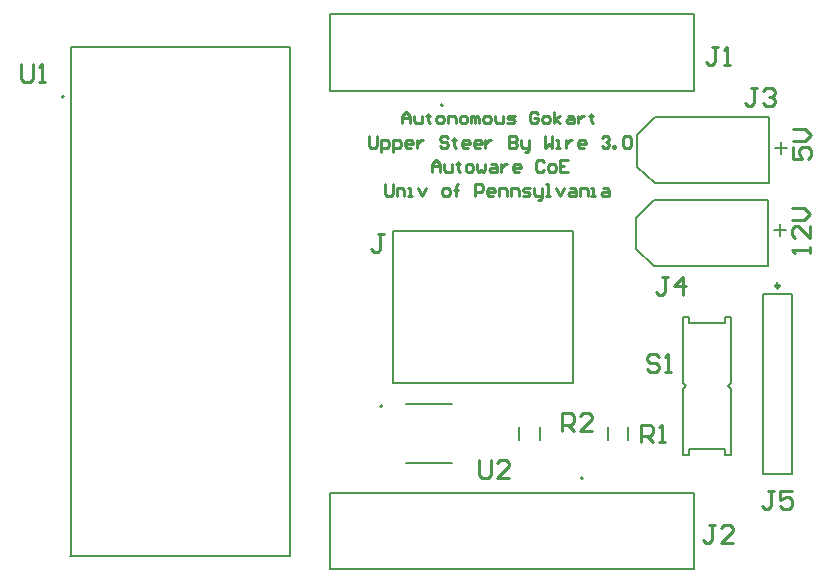
<source format=gto>
G04*
G04 #@! TF.GenerationSoftware,Altium Limited,Altium Designer,22.8.2 (66)*
G04*
G04 Layer_Color=65535*
%FSLAX42Y42*%
%MOMM*%
G71*
G04*
G04 #@! TF.SameCoordinates,4D0E1578-71B7-4E3A-80EC-8B728BAD2CF4*
G04*
G04*
G04 #@! TF.FilePolarity,Positive*
G04*
G01*
G75*
%ADD10C,0.20*%
%ADD11C,0.30*%
%ADD12C,0.13*%
%ADD13C,0.25*%
D10*
X5002Y920D02*
G03*
X5002Y920I-10J0D01*
G01*
X3306Y1531D02*
G03*
X3306Y1531I-10J0D01*
G01*
X610Y4150D02*
G03*
X610Y4150I-10J0D01*
G01*
X3818Y4080D02*
G03*
X3818Y4080I-10J0D01*
G01*
D11*
X6665Y2550D02*
G03*
X6665Y2550I-15J0D01*
G01*
D12*
X2859Y800D02*
X5940D01*
Y150D02*
Y800D01*
X2859Y150D02*
Y800D01*
Y150D02*
X5940D01*
X3505Y1552D02*
X3895D01*
X3505Y1048D02*
X3895D01*
X673Y4570D02*
X2527D01*
X673Y265D02*
X673Y4570D01*
X2527Y265D02*
X2527Y4570D01*
X660Y265D02*
X2514D01*
X3398Y1730D02*
Y3011D01*
Y1730D02*
X4922D01*
Y3011D01*
Y1730D02*
Y2541D01*
X3398Y3011D02*
X4922D01*
X2859Y4850D02*
X5940D01*
Y4200D02*
Y4850D01*
X2859Y4200D02*
Y4850D01*
Y4200D02*
X5940D01*
X5460Y3558D02*
Y3820D01*
Y3558D02*
X5617Y3420D01*
X6580D02*
Y3980D01*
X6630Y3720D02*
X6730D01*
X6680Y3670D02*
Y3770D01*
X5617Y3420D02*
X6580D01*
X5617Y3980D02*
X6580D01*
X5460Y3820D02*
Y3823D01*
X5617Y3980D01*
X5450Y2858D02*
Y3120D01*
Y2858D02*
X5607Y2720D01*
X6570D02*
Y3280D01*
X6620Y3020D02*
X6720D01*
X6670Y2970D02*
Y3070D01*
X5607Y2720D02*
X6570D01*
X5607Y3280D02*
X6570D01*
X5450Y3120D02*
Y3123D01*
X5607Y3280D01*
X4638Y1242D02*
Y1358D01*
X4462Y1242D02*
Y1358D01*
X6775Y953D02*
Y2477D01*
X6525Y953D02*
X6775D01*
X6525D02*
Y2477D01*
X6775D01*
X5388Y1242D02*
Y1358D01*
X5212Y1242D02*
Y1358D01*
X5847Y1116D02*
X5898D01*
Y1167D01*
X6202D01*
Y1116D02*
Y1167D01*
Y1116D02*
X6253D01*
Y1675D01*
X6228Y1700D02*
X6253Y1675D01*
X6228Y1700D02*
X6253Y1725D01*
Y2284D01*
X6202D02*
X6253D01*
X6202Y2233D02*
Y2284D01*
X5898Y2233D02*
X6202D01*
X5898D02*
Y2284D01*
X5847D02*
X5898D01*
X5847Y1725D02*
Y2284D01*
Y1725D02*
X5872Y1700D01*
X5847Y1675D02*
X5872Y1700D01*
X5847Y1116D02*
Y1675D01*
D13*
X3725Y3515D02*
Y3582D01*
X3759Y3615D01*
X3792Y3582D01*
Y3515D01*
Y3565D01*
X3725D01*
X3825Y3582D02*
Y3532D01*
X3842Y3515D01*
X3892D01*
Y3582D01*
X3942Y3599D02*
Y3582D01*
X3925D01*
X3959D01*
X3942D01*
Y3532D01*
X3959Y3515D01*
X4025D02*
X4059D01*
X4075Y3532D01*
Y3565D01*
X4059Y3582D01*
X4025D01*
X4009Y3565D01*
Y3532D01*
X4025Y3515D01*
X4109Y3582D02*
Y3532D01*
X4125Y3515D01*
X4142Y3532D01*
X4159Y3515D01*
X4175Y3532D01*
Y3582D01*
X4225D02*
X4259D01*
X4275Y3565D01*
Y3515D01*
X4225D01*
X4209Y3532D01*
X4225Y3549D01*
X4275D01*
X4309Y3582D02*
Y3515D01*
Y3549D01*
X4325Y3565D01*
X4342Y3582D01*
X4359D01*
X4458Y3515D02*
X4425D01*
X4409Y3532D01*
Y3565D01*
X4425Y3582D01*
X4458D01*
X4475Y3565D01*
Y3549D01*
X4409D01*
X4675Y3599D02*
X4658Y3615D01*
X4625D01*
X4608Y3599D01*
Y3532D01*
X4625Y3515D01*
X4658D01*
X4675Y3532D01*
X4725Y3515D02*
X4758D01*
X4775Y3532D01*
Y3565D01*
X4758Y3582D01*
X4725D01*
X4708Y3565D01*
Y3532D01*
X4725Y3515D01*
X4875Y3615D02*
X4808D01*
Y3515D01*
X4875D01*
X4808Y3565D02*
X4842D01*
X3195Y3819D02*
Y3735D01*
X3212Y3719D01*
X3245D01*
X3262Y3735D01*
Y3819D01*
X3295Y3685D02*
Y3785D01*
X3345D01*
X3362Y3769D01*
Y3735D01*
X3345Y3719D01*
X3295D01*
X3395Y3685D02*
Y3785D01*
X3445D01*
X3462Y3769D01*
Y3735D01*
X3445Y3719D01*
X3395D01*
X3545D02*
X3512D01*
X3495Y3735D01*
Y3769D01*
X3512Y3785D01*
X3545D01*
X3562Y3769D01*
Y3752D01*
X3495D01*
X3595Y3785D02*
Y3719D01*
Y3752D01*
X3612Y3769D01*
X3629Y3785D01*
X3645D01*
X3862Y3802D02*
X3845Y3819D01*
X3812D01*
X3795Y3802D01*
Y3785D01*
X3812Y3769D01*
X3845D01*
X3862Y3752D01*
Y3735D01*
X3845Y3719D01*
X3812D01*
X3795Y3735D01*
X3912Y3802D02*
Y3785D01*
X3895D01*
X3928D01*
X3912D01*
Y3735D01*
X3928Y3719D01*
X4028D02*
X3995D01*
X3978Y3735D01*
Y3769D01*
X3995Y3785D01*
X4028D01*
X4045Y3769D01*
Y3752D01*
X3978D01*
X4128Y3719D02*
X4095D01*
X4078Y3735D01*
Y3769D01*
X4095Y3785D01*
X4128D01*
X4145Y3769D01*
Y3752D01*
X4078D01*
X4178Y3785D02*
Y3719D01*
Y3752D01*
X4195Y3769D01*
X4212Y3785D01*
X4228D01*
X4378Y3819D02*
Y3719D01*
X4428D01*
X4445Y3735D01*
Y3752D01*
X4428Y3769D01*
X4378D01*
X4428D01*
X4445Y3785D01*
Y3802D01*
X4428Y3819D01*
X4378D01*
X4478Y3785D02*
Y3735D01*
X4495Y3719D01*
X4545D01*
Y3702D01*
X4528Y3685D01*
X4512D01*
X4545Y3719D02*
Y3785D01*
X4678Y3819D02*
Y3719D01*
X4712Y3752D01*
X4745Y3719D01*
Y3819D01*
X4778Y3719D02*
X4812D01*
X4795D01*
Y3785D01*
X4778D01*
X4862D02*
Y3719D01*
Y3752D01*
X4878Y3769D01*
X4895Y3785D01*
X4912D01*
X5011Y3719D02*
X4978D01*
X4961Y3735D01*
Y3769D01*
X4978Y3785D01*
X5011D01*
X5028Y3769D01*
Y3752D01*
X4961D01*
X5161Y3802D02*
X5178Y3819D01*
X5211D01*
X5228Y3802D01*
Y3785D01*
X5211Y3769D01*
X5195D01*
X5211D01*
X5228Y3752D01*
Y3735D01*
X5211Y3719D01*
X5178D01*
X5161Y3735D01*
X5261Y3719D02*
Y3735D01*
X5278D01*
Y3719D01*
X5261D01*
X5345Y3802D02*
X5361Y3819D01*
X5395D01*
X5411Y3802D01*
Y3735D01*
X5395Y3719D01*
X5361D01*
X5345Y3735D01*
Y3802D01*
X3475Y3925D02*
Y3992D01*
X3509Y4025D01*
X3542Y3992D01*
Y3925D01*
Y3975D01*
X3475D01*
X3575Y3992D02*
Y3942D01*
X3592Y3925D01*
X3642D01*
Y3992D01*
X3692Y4009D02*
Y3992D01*
X3675D01*
X3709D01*
X3692D01*
Y3942D01*
X3709Y3925D01*
X3775D02*
X3809D01*
X3825Y3942D01*
Y3975D01*
X3809Y3992D01*
X3775D01*
X3759Y3975D01*
Y3942D01*
X3775Y3925D01*
X3859D02*
Y3992D01*
X3909D01*
X3925Y3975D01*
Y3925D01*
X3975D02*
X4009D01*
X4025Y3942D01*
Y3975D01*
X4009Y3992D01*
X3975D01*
X3959Y3975D01*
Y3942D01*
X3975Y3925D01*
X4059D02*
Y3992D01*
X4075D01*
X4092Y3975D01*
Y3925D01*
Y3975D01*
X4109Y3992D01*
X4125Y3975D01*
Y3925D01*
X4175D02*
X4208D01*
X4225Y3942D01*
Y3975D01*
X4208Y3992D01*
X4175D01*
X4159Y3975D01*
Y3942D01*
X4175Y3925D01*
X4258Y3992D02*
Y3942D01*
X4275Y3925D01*
X4325D01*
Y3992D01*
X4358Y3925D02*
X4408D01*
X4425Y3942D01*
X4408Y3959D01*
X4375D01*
X4358Y3975D01*
X4375Y3992D01*
X4425D01*
X4625Y4009D02*
X4608Y4025D01*
X4575D01*
X4558Y4009D01*
Y3942D01*
X4575Y3925D01*
X4608D01*
X4625Y3942D01*
Y3975D01*
X4592D01*
X4675Y3925D02*
X4708D01*
X4725Y3942D01*
Y3975D01*
X4708Y3992D01*
X4675D01*
X4658Y3975D01*
Y3942D01*
X4675Y3925D01*
X4758D02*
Y4025D01*
Y3959D02*
X4808Y3992D01*
X4758Y3959D02*
X4808Y3925D01*
X4875Y3992D02*
X4908D01*
X4925Y3975D01*
Y3925D01*
X4875D01*
X4858Y3942D01*
X4875Y3959D01*
X4925D01*
X4958Y3992D02*
Y3925D01*
Y3959D01*
X4975Y3975D01*
X4992Y3992D01*
X5008D01*
X5075Y4009D02*
Y3992D01*
X5058D01*
X5092D01*
X5075D01*
Y3942D01*
X5092Y3925D01*
X3325Y3409D02*
Y3325D01*
X3342Y3309D01*
X3375D01*
X3392Y3325D01*
Y3409D01*
X3425Y3309D02*
Y3375D01*
X3475D01*
X3492Y3359D01*
Y3309D01*
X3525D02*
X3559D01*
X3542D01*
Y3375D01*
X3525D01*
X3609D02*
X3642Y3309D01*
X3675Y3375D01*
X3825Y3309D02*
X3859D01*
X3875Y3325D01*
Y3359D01*
X3859Y3375D01*
X3825D01*
X3809Y3359D01*
Y3325D01*
X3825Y3309D01*
X3925D02*
Y3392D01*
Y3359D01*
X3909D01*
X3942D01*
X3925D01*
Y3392D01*
X3942Y3409D01*
X4092Y3309D02*
Y3409D01*
X4142D01*
X4158Y3392D01*
Y3359D01*
X4142Y3342D01*
X4092D01*
X4242Y3309D02*
X4208D01*
X4192Y3325D01*
Y3359D01*
X4208Y3375D01*
X4242D01*
X4258Y3359D01*
Y3342D01*
X4192D01*
X4292Y3309D02*
Y3375D01*
X4342D01*
X4358Y3359D01*
Y3309D01*
X4392D02*
Y3375D01*
X4442D01*
X4458Y3359D01*
Y3309D01*
X4492D02*
X4542D01*
X4558Y3325D01*
X4542Y3342D01*
X4508D01*
X4492Y3359D01*
X4508Y3375D01*
X4558D01*
X4592D02*
Y3325D01*
X4608Y3309D01*
X4658D01*
Y3292D01*
X4642Y3275D01*
X4625D01*
X4658Y3309D02*
Y3375D01*
X4692Y3309D02*
X4725D01*
X4708D01*
Y3409D01*
X4692D01*
X4775Y3375D02*
X4808Y3309D01*
X4842Y3375D01*
X4892D02*
X4925D01*
X4942Y3359D01*
Y3309D01*
X4892D01*
X4875Y3325D01*
X4892Y3342D01*
X4942D01*
X4975Y3309D02*
Y3375D01*
X5025D01*
X5042Y3359D01*
Y3309D01*
X5075D02*
X5108D01*
X5091D01*
Y3375D01*
X5075D01*
X5175D02*
X5208D01*
X5225Y3359D01*
Y3309D01*
X5175D01*
X5158Y3325D01*
X5175Y3342D01*
X5225D01*
X6782Y3727D02*
Y3625D01*
X6858D01*
X6833Y3676D01*
Y3702D01*
X6858Y3727D01*
X6909D01*
X6935Y3702D01*
Y3651D01*
X6909Y3625D01*
X6782Y3778D02*
X6884D01*
X6935Y3829D01*
X6884Y3879D01*
X6782D01*
X6925Y2825D02*
Y2876D01*
Y2851D01*
X6772D01*
X6798Y2825D01*
X6925Y3054D02*
Y2952D01*
X6823Y3054D01*
X6798D01*
X6772Y3029D01*
Y2978D01*
X6798Y2952D01*
X6772Y3105D02*
X6874D01*
X6925Y3155D01*
X6874Y3206D01*
X6772D01*
X3315Y2992D02*
X3264D01*
X3289D01*
Y2865D01*
X3264Y2840D01*
X3238D01*
X3213Y2865D01*
X6125Y526D02*
X6074D01*
X6099D01*
Y399D01*
X6074Y374D01*
X6048D01*
X6023Y399D01*
X6277Y374D02*
X6175D01*
X6277Y475D01*
Y501D01*
X6252Y526D01*
X6201D01*
X6175Y501D01*
X6150Y4576D02*
X6099D01*
X6125D01*
Y4449D01*
X6099Y4424D01*
X6074D01*
X6048Y4449D01*
X6201Y4424D02*
X6252D01*
X6226D01*
Y4576D01*
X6201Y4551D01*
X4823Y1324D02*
Y1476D01*
X4899D01*
X4925Y1451D01*
Y1400D01*
X4899Y1375D01*
X4823D01*
X4874D02*
X4925Y1324D01*
X5077D02*
X4975D01*
X5077Y1425D01*
Y1451D01*
X5052Y1476D01*
X5001D01*
X4975Y1451D01*
X5498Y1224D02*
Y1376D01*
X5575D01*
X5600Y1351D01*
Y1300D01*
X5575Y1275D01*
X5498D01*
X5549D02*
X5600Y1224D01*
X5651D02*
X5702D01*
X5676D01*
Y1376D01*
X5651Y1351D01*
X6625Y814D02*
X6574D01*
X6599D01*
Y687D01*
X6574Y662D01*
X6548D01*
X6523Y687D01*
X6777Y814D02*
X6675D01*
Y738D01*
X6726Y763D01*
X6752D01*
X6777Y738D01*
Y687D01*
X6752Y662D01*
X6701D01*
X6675Y687D01*
X6475Y4226D02*
X6424D01*
X6449D01*
Y4099D01*
X6424Y4074D01*
X6398D01*
X6373Y4099D01*
X6525Y4201D02*
X6551Y4226D01*
X6602D01*
X6627Y4201D01*
Y4175D01*
X6602Y4150D01*
X6576D01*
X6602D01*
X6627Y4125D01*
Y4099D01*
X6602Y4074D01*
X6551D01*
X6525Y4099D01*
X4123Y1076D02*
Y949D01*
X4148Y924D01*
X4199D01*
X4225Y949D01*
Y1076D01*
X4377Y924D02*
X4275D01*
X4377Y1025D01*
Y1051D01*
X4352Y1076D01*
X4301D01*
X4275Y1051D01*
X5650Y1951D02*
X5625Y1976D01*
X5574D01*
X5548Y1951D01*
Y1925D01*
X5574Y1900D01*
X5625D01*
X5650Y1875D01*
Y1849D01*
X5625Y1824D01*
X5574D01*
X5548Y1849D01*
X5701Y1824D02*
X5752D01*
X5726D01*
Y1976D01*
X5701Y1951D01*
X248Y4426D02*
Y4299D01*
X274Y4274D01*
X325D01*
X350Y4299D01*
Y4426D01*
X401Y4274D02*
X452D01*
X426D01*
Y4426D01*
X401Y4401D01*
X5725Y2626D02*
X5674D01*
X5699D01*
Y2499D01*
X5674Y2474D01*
X5648D01*
X5623Y2499D01*
X5852Y2474D02*
Y2626D01*
X5775Y2550D01*
X5877D01*
M02*

</source>
